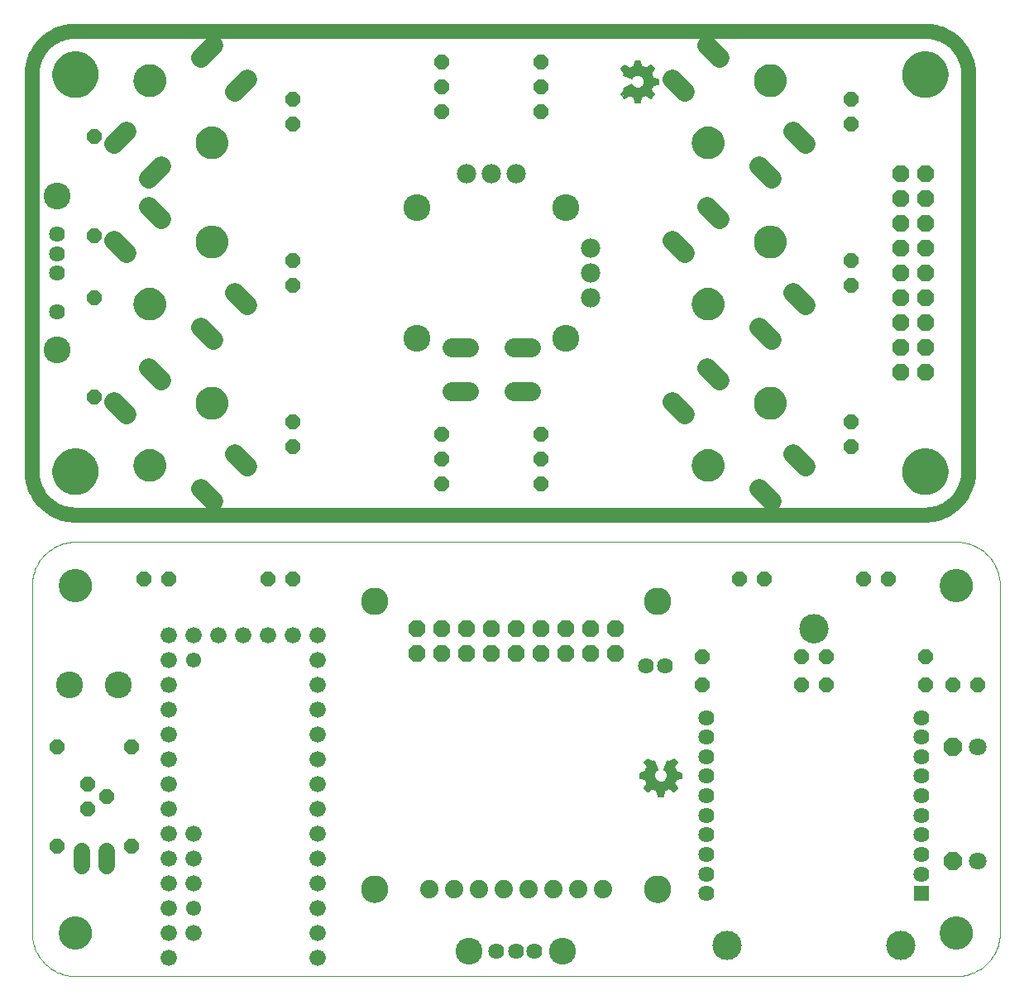
<source format=gbs>
%MOIN*%
%OFA0B0*%
%FSLAX24Y24*%
%IPPOS*%
%LPD*%
%AMOC8*
5,1,8,0,0,$1,202.5*%
%AMCOMP44*
4,1,7,
0.012426381797355009,-0.02999993946640063,
-0.012426381797355017,-0.02999993946640063,
-0.02999993946640063,-0.01242638179735501,
-0.02999993946640063,0.012426381797355017,
-0.012426381797355012,0.02999993946640063,
0.012426381797355014,0.02999993946640063,
0.029999939466400626,0.012426381797355028,
0.02999993946640063,-0.012426381797355026,
0*%
%AMCOMP45*
4,1,7,
0.014704551793536759,-0.035499928368574074,
-0.014704551793536767,-0.035499928368574074,
-0.035499928368574074,-0.014704551793536762,
-0.035499928368574074,0.014704551793536766,
-0.014704551793536764,0.035499928368574074,
0.014704551793536764,0.035499928368574074,
0.035499928368574067,0.014704551793536781,
0.035499928368574074,-0.014704551793536776,
0*%
%AMCOMP46*
4,1,7,
0.014083232703669013,-0.033999931395254056,
-0.014083232703669022,-0.033999931395254056,
-0.033999931395254056,-0.014083232703669015,
-0.033999931395254056,0.01408323270366902,
-0.014083232703669018,0.033999931395254049,
0.014083232703669018,0.033999931395254056,
0.033999931395254049,0.014083232703669036,
0.033999931395254049,-0.01408323270366903,
0*%
%AMOC80*
5,1,8,0,0,$1,-67.5*%
%AMCOMP550*
4,1,7,
0.02999993946640063,0.012426381797355014,
0.02999993946640063,-0.01242638179735501,
0.012426381797355017,-0.02999993946640063,
-0.01242638179735501,-0.02999993946640063,
-0.02999993946640063,-0.012426381797355019,
-0.02999993946640063,0.012426381797355009,
-0.012426381797355035,0.029999939466400626,
0.012426381797355019,0.02999993946640063,
0*%
%AMCOMP560*
4,1,7,
0.033999931395254056,0.01408323270366902,
0.033999931395254056,-0.014083232703669015,
0.014083232703669022,-0.033999931395254056,
-0.014083232703669013,-0.033999931395254056,
-0.033999931395254049,-0.014083232703669025,
-0.033999931395254056,0.014083232703669011,
-0.014083232703669043,0.033999931395254049,
0.014083232703669025,0.033999931395254049,
0*%
%ADD10C,0*%
%ADD11C,0.11820000177518591*%
%ADD12C,0.064000000961183579*%
%ADD13R,0.064000000961183579X0.064000000961183579*%
%ADD14C,0.066000000991220553*%
%AMCOMP66*
4,1,7,
0.012426381797355009,-0.02999993946640063,
-0.012426381797355017,-0.02999993946640063,
-0.02999993946640063,-0.01242638179735501,
-0.02999993946640063,0.012426381797355017,
-0.012426381797355012,0.02999993946640063,
0.012426381797355014,0.02999993946640063,
0.029999939466400626,0.012426381797355028,
0.02999993946640063,-0.012426381797355026,
0*%
%ADD15COMP66,0.06*%
%ADD16C,0.0740000011113685*%
%ADD17C,0.11040000165804167*%
%AMCOMP67*
4,1,7,
0.014704551793536759,-0.035499928368574074,
-0.014704551793536767,-0.035499928368574074,
-0.035499928368574074,-0.014704551793536762,
-0.035499928368574074,0.014704551793536766,
-0.014704551793536764,0.035499928368574074,
0.014704551793536764,0.035499928368574074,
0.035499928368574067,0.014704551793536781,
0.035499928368574074,-0.014704551793536776,
0*%
%ADD18COMP67,0.071*%
%ADD19C,0.071000001066313018*%
%ADD20C,0.13400000201247811*%
%ADD21C,0.10800000162199729*%
%ADD22C,0.0060000000901109605*%
%AMCOMP68*
4,1,7,
0.014083232703669013,-0.033999931395254056,
-0.014083232703669022,-0.033999931395254056,
-0.033999931395254056,-0.014083232703669015,
-0.033999931395254056,0.01408323270366902,
-0.014083232703669018,0.033999931395254049,
0.014083232703669018,0.033999931395254056,
0.033999931395254049,0.014083232703669036,
0.033999931395254049,-0.01408323270366903,
0*%
%ADD23COMP68,0.068*%
%ADD24C,0.067400001012246455*%
%ADD25C,0.061100000917629946*%
%ADD36C,0*%
%ADD37C,0.10800000162199729*%
%ADD38C,0.078000001171442485*%
%ADD39C,0.078000001171442485*%
%AMCOMP69*
4,1,7,
0.02999993946640063,0.012426381797355014,
0.02999993946640063,-0.01242638179735501,
0.012426381797355017,-0.02999993946640063,
-0.01242638179735501,-0.02999993946640063,
-0.02999993946640063,-0.012426381797355019,
-0.02999993946640063,0.012426381797355009,
-0.012426381797355035,0.029999939466400626,
0.012426381797355019,0.02999993946640063,
0*%
%ADD40COMP69,0.06*%
%ADD41C,0.078500001178951728*%
%ADD42C,0.079000001186460972*%
%ADD43C,0.13400000201247811*%
%ADD44C,0.064000000961183579*%
%AMCOMP70*
4,1,7,
0.033999931395254056,0.01408323270366902,
0.033999931395254056,-0.014083232703669015,
0.014083232703669022,-0.033999931395254056,
-0.014083232703669013,-0.033999931395254056,
-0.033999931395254049,-0.014083232703669025,
-0.033999931395254056,0.014083232703669011,
-0.014083232703669043,0.033999931395254049,
0.014083232703669025,0.033999931395254049,
0*%
%ADD45COMP70,0.068*%
%ADD46C,0.0060000000901109605*%
G75*
%LPD*%
D10*
X037345Y017463D02*
X001844Y017463D01*
X002475Y015713D02*
X002473Y015663D01*
X002467Y015613D01*
X002457Y015564D01*
X002443Y015516D01*
X002426Y015469D01*
X002405Y015424D01*
X002380Y015380D01*
X002352Y015339D01*
X002320Y015300D01*
X002286Y015263D01*
X002249Y015229D01*
X002209Y015199D01*
X002167Y015172D01*
X002123Y015148D01*
X002077Y015127D01*
X002030Y015111D01*
X001981Y015098D01*
X001932Y015088D01*
X001882Y015084D01*
X001832Y015083D01*
X001782Y015086D01*
X001733Y015093D01*
X001684Y015104D01*
X001636Y015119D01*
X001590Y015137D01*
X001545Y015159D01*
X001502Y015185D01*
X001461Y015214D01*
X001422Y015245D01*
X001386Y015281D01*
X001354Y015319D01*
X001324Y015359D01*
X001297Y015402D01*
X001274Y015446D01*
X001255Y015491D01*
X001239Y015540D01*
X001227Y015589D01*
X001219Y015638D01*
X001215Y015688D01*
X001215Y015738D01*
X001219Y015788D01*
X001227Y015837D01*
X001239Y015886D01*
X001255Y015934D01*
X001274Y015980D01*
X001297Y016024D01*
X001324Y016067D01*
X001354Y016107D01*
X001386Y016145D01*
X001422Y016180D01*
X001461Y016212D01*
X001502Y016240D01*
X001545Y016267D01*
X001590Y016289D01*
X001636Y016306D01*
X001684Y016322D01*
X001733Y016333D01*
X001782Y016339D01*
X001832Y016343D01*
X001882Y016342D01*
X001932Y016337D01*
X001981Y016328D01*
X002030Y016315D01*
X002077Y016298D01*
X002123Y016277D01*
X002167Y016254D01*
X002209Y016227D01*
X002249Y016197D01*
X002286Y016163D01*
X002320Y016126D01*
X002352Y016087D01*
X002380Y016046D01*
X002405Y016002D01*
X002426Y015956D01*
X002443Y015910D01*
X002457Y015862D01*
X002467Y015813D01*
X002473Y015763D01*
X002475Y015713D01*
X001844Y017463D02*
X001761Y017460D01*
X001678Y017455D01*
X001596Y017445D01*
X001514Y017431D01*
X001432Y017414D01*
X001351Y017392D01*
X001273Y017367D01*
X001195Y017338D01*
X001118Y017305D01*
X001043Y017268D01*
X000970Y017229D01*
X000898Y017185D01*
X000830Y017139D01*
X000763Y017089D01*
X000699Y017036D01*
X000637Y016980D01*
X000578Y016921D01*
X000522Y016859D01*
X000468Y016795D01*
X000419Y016728D01*
X000373Y016659D01*
X000329Y016588D01*
X000290Y016515D01*
X000253Y016440D01*
X000220Y016362D01*
X000191Y016285D01*
X000166Y016206D01*
X000144Y016126D01*
X000127Y016044D01*
X000112Y015962D01*
X000102Y015878D01*
X000097Y015795D01*
X000095Y015713D01*
X000095Y001713D01*
X002475Y001713D02*
X002473Y001662D01*
X002467Y001613D01*
X002457Y001564D01*
X002443Y001516D01*
X002426Y001469D01*
X002405Y001424D01*
X002380Y001380D01*
X002352Y001339D01*
X002320Y001300D01*
X002286Y001263D01*
X002249Y001229D01*
X002209Y001199D01*
X002167Y001172D01*
X002123Y001148D01*
X002077Y001127D01*
X002030Y001111D01*
X001981Y001098D01*
X001932Y001089D01*
X001882Y001084D01*
X001832Y001083D01*
X001782Y001086D01*
X001733Y001093D01*
X001684Y001104D01*
X001636Y001119D01*
X001590Y001137D01*
X001545Y001159D01*
X001502Y001185D01*
X001461Y001214D01*
X001422Y001246D01*
X001386Y001281D01*
X001354Y001319D01*
X001324Y001359D01*
X001297Y001402D01*
X001274Y001446D01*
X001255Y001492D01*
X001239Y001540D01*
X001227Y001589D01*
X001219Y001638D01*
X001215Y001688D01*
X001215Y001738D01*
X001219Y001787D01*
X001227Y001836D01*
X001239Y001886D01*
X001255Y001933D01*
X001274Y001980D01*
X001297Y002024D01*
X001324Y002067D01*
X001354Y002107D01*
X001386Y002145D01*
X001422Y002180D01*
X001461Y002212D01*
X001502Y002241D01*
X001545Y002267D01*
X001590Y002289D01*
X001636Y002307D01*
X001684Y002322D01*
X001733Y002333D01*
X001782Y002340D01*
X001832Y002343D01*
X001882Y002342D01*
X001932Y002337D01*
X001981Y002328D01*
X002030Y002315D01*
X002077Y002299D01*
X002123Y002278D01*
X002167Y002254D01*
X002209Y002227D01*
X002249Y002197D01*
X002286Y002163D01*
X002320Y002126D01*
X002352Y002087D01*
X002380Y002046D01*
X002405Y002002D01*
X002426Y001957D01*
X002443Y001910D01*
X002457Y001862D01*
X002467Y001813D01*
X002473Y001763D01*
X002475Y001713D01*
X001844Y-000036D02*
X001761Y-000034D01*
X001678Y-000027D01*
X001596Y-000018D01*
X001514Y-000004D01*
X001432Y000011D01*
X001351Y000034D01*
X001273Y000059D01*
X001195Y000088D01*
X001118Y000120D01*
X001043Y000158D01*
X000970Y000197D01*
X000898Y000241D01*
X000830Y000287D01*
X000763Y000337D01*
X000699Y000390D01*
X000637Y000445D01*
X000578Y000505D01*
X000522Y000567D01*
X000468Y000631D01*
X000419Y000698D01*
X000373Y000767D01*
X000329Y000838D01*
X000290Y000910D01*
X000253Y000985D01*
X000220Y001063D01*
X000191Y001141D01*
X000166Y001220D01*
X000144Y001300D01*
X000127Y001382D01*
X000112Y001464D01*
X000102Y001547D01*
X000097Y001630D01*
X000095Y001713D01*
X001844Y-000036D02*
X037345Y-000036D01*
X035645Y001213D02*
X035644Y001166D01*
X035637Y001120D01*
X035628Y001074D01*
X035615Y001029D01*
X035597Y000985D01*
X035576Y000944D01*
X035552Y000903D01*
X035524Y000867D01*
X035493Y000831D01*
X035459Y000799D01*
X035423Y000770D01*
X035384Y000743D01*
X035343Y000721D01*
X035300Y000702D01*
X035256Y000686D01*
X035211Y000674D01*
X035165Y000666D01*
X035118Y000662D01*
X035072Y000662D01*
X035025Y000666D01*
X034979Y000674D01*
X034934Y000686D01*
X034890Y000702D01*
X034847Y000721D01*
X034806Y000743D01*
X034767Y000770D01*
X034731Y000799D01*
X034696Y000831D01*
X034666Y000867D01*
X034638Y000903D01*
X034614Y000944D01*
X034592Y000985D01*
X034575Y001029D01*
X034562Y001074D01*
X034552Y001120D01*
X034546Y001166D01*
X034544Y001213D01*
X034546Y001260D01*
X034552Y001306D01*
X034562Y001351D01*
X034575Y001397D01*
X034592Y001440D01*
X034614Y001482D01*
X034638Y001522D01*
X034666Y001559D01*
X034696Y001593D01*
X034731Y001627D01*
X034767Y001655D01*
X034806Y001681D01*
X034847Y001705D01*
X034890Y001723D01*
X034934Y001739D01*
X034979Y001752D01*
X035025Y001760D01*
X035072Y001764D01*
X035118Y001764D01*
X035165Y001760D01*
X035211Y001752D01*
X035256Y001739D01*
X035300Y001723D01*
X035343Y001705D01*
X035384Y001681D01*
X035423Y001655D01*
X035459Y001627D01*
X035493Y001593D01*
X035524Y001559D01*
X035552Y001522D01*
X035576Y001482D01*
X035597Y001440D01*
X035615Y001397D01*
X035628Y001351D01*
X035637Y001306D01*
X035644Y001260D01*
X035645Y001213D01*
X037975Y001713D02*
X037973Y001662D01*
X037967Y001613D01*
X037957Y001564D01*
X037943Y001516D01*
X037926Y001469D01*
X037905Y001424D01*
X037880Y001380D01*
X037852Y001339D01*
X037820Y001300D01*
X037786Y001263D01*
X037749Y001229D01*
X037709Y001199D01*
X037667Y001172D01*
X037623Y001148D01*
X037577Y001127D01*
X037530Y001111D01*
X037482Y001098D01*
X037432Y001089D01*
X037383Y001084D01*
X037332Y001083D01*
X037282Y001086D01*
X037233Y001093D01*
X037184Y001104D01*
X037136Y001119D01*
X037089Y001137D01*
X037045Y001159D01*
X037002Y001185D01*
X036961Y001214D01*
X036922Y001246D01*
X036886Y001281D01*
X036853Y001319D01*
X036824Y001359D01*
X036797Y001402D01*
X036774Y001446D01*
X036755Y001492D01*
X036739Y001540D01*
X036727Y001589D01*
X036719Y001638D01*
X036715Y001688D01*
X036715Y001738D01*
X036719Y001787D01*
X036727Y001836D01*
X036739Y001886D01*
X036755Y001933D01*
X036774Y001980D01*
X036797Y002024D01*
X036824Y002067D01*
X036853Y002107D01*
X036886Y002145D01*
X036922Y002180D01*
X036961Y002212D01*
X037002Y002241D01*
X037045Y002267D01*
X037089Y002289D01*
X037136Y002307D01*
X037184Y002322D01*
X037233Y002333D01*
X037282Y002340D01*
X037332Y002343D01*
X037383Y002342D01*
X037432Y002337D01*
X037482Y002328D01*
X037530Y002315D01*
X037577Y002299D01*
X037623Y002278D01*
X037667Y002254D01*
X037709Y002227D01*
X037749Y002197D01*
X037786Y002163D01*
X037820Y002126D01*
X037852Y002087D01*
X037880Y002046D01*
X037905Y002002D01*
X037926Y001957D01*
X037943Y001910D01*
X037957Y001862D01*
X037967Y001813D01*
X037973Y001763D01*
X037975Y001713D01*
X039095Y001713D02*
X039093Y001630D01*
X039087Y001547D01*
X039077Y001464D01*
X039063Y001382D01*
X039045Y001300D01*
X039024Y001220D01*
X038999Y001141D01*
X038970Y001063D01*
X038937Y000985D01*
X038900Y000910D01*
X038861Y000838D01*
X038817Y000767D01*
X038771Y000698D01*
X038721Y000631D01*
X038668Y000567D01*
X038612Y000505D01*
X038553Y000445D01*
X038491Y000390D01*
X038427Y000337D01*
X038360Y000287D01*
X038291Y000241D01*
X038220Y000197D01*
X038147Y000158D01*
X038072Y000120D01*
X037995Y000088D01*
X037917Y000059D01*
X037837Y000034D01*
X037758Y000011D01*
X037676Y-000004D01*
X037593Y-000018D01*
X037511Y-000027D01*
X037428Y-000034D01*
X037345Y-000036D01*
X039095Y001713D02*
X039095Y015713D01*
X037975Y015713D02*
X037973Y015663D01*
X037967Y015613D01*
X037957Y015564D01*
X037943Y015516D01*
X037926Y015469D01*
X037905Y015424D01*
X037880Y015380D01*
X037852Y015339D01*
X037820Y015300D01*
X037786Y015263D01*
X037749Y015229D01*
X037709Y015199D01*
X037667Y015172D01*
X037623Y015148D01*
X037577Y015127D01*
X037530Y015111D01*
X037482Y015098D01*
X037432Y015088D01*
X037383Y015084D01*
X037332Y015083D01*
X037282Y015086D01*
X037233Y015093D01*
X037184Y015104D01*
X037136Y015119D01*
X037089Y015137D01*
X037045Y015159D01*
X037002Y015185D01*
X036961Y015214D01*
X036922Y015245D01*
X036886Y015281D01*
X036853Y015319D01*
X036824Y015359D01*
X036797Y015402D01*
X036774Y015446D01*
X036755Y015491D01*
X036739Y015540D01*
X036727Y015589D01*
X036719Y015638D01*
X036715Y015688D01*
X036715Y015738D01*
X036719Y015788D01*
X036727Y015837D01*
X036739Y015886D01*
X036755Y015934D01*
X036774Y015980D01*
X036797Y016024D01*
X036824Y016067D01*
X036853Y016107D01*
X036886Y016145D01*
X036922Y016180D01*
X036961Y016212D01*
X037002Y016240D01*
X037045Y016267D01*
X037089Y016289D01*
X037136Y016306D01*
X037184Y016322D01*
X037233Y016333D01*
X037282Y016339D01*
X037332Y016343D01*
X037383Y016342D01*
X037432Y016337D01*
X037482Y016328D01*
X037530Y016315D01*
X037577Y016298D01*
X037623Y016277D01*
X037667Y016254D01*
X037709Y016227D01*
X037749Y016197D01*
X037786Y016163D01*
X037820Y016126D01*
X037852Y016087D01*
X037880Y016046D01*
X037905Y016002D01*
X037926Y015956D01*
X037943Y015910D01*
X037957Y015862D01*
X037967Y015813D01*
X037973Y015763D01*
X037975Y015713D01*
X039095Y015713D02*
X039093Y015795D01*
X039087Y015878D01*
X039077Y015962D01*
X039063Y016044D01*
X039045Y016126D01*
X039024Y016206D01*
X038999Y016285D01*
X038970Y016362D01*
X038937Y016440D01*
X038900Y016515D01*
X038861Y016588D01*
X038817Y016659D01*
X038771Y016728D01*
X038721Y016795D01*
X038668Y016859D01*
X038612Y016921D01*
X038553Y016980D01*
X038491Y017036D01*
X038427Y017089D01*
X038360Y017139D01*
X038291Y017185D01*
X038220Y017229D01*
X038147Y017268D01*
X038072Y017305D01*
X037995Y017338D01*
X037917Y017367D01*
X037837Y017392D01*
X037758Y017414D01*
X037676Y017431D01*
X037593Y017445D01*
X037511Y017455D01*
X037428Y017460D01*
X037345Y017463D01*
X032146Y013963D02*
X032144Y013915D01*
X032138Y013870D01*
X032128Y013824D01*
X032115Y013778D01*
X032097Y013735D01*
X032075Y013694D01*
X032052Y013654D01*
X032024Y013617D01*
X031993Y013582D01*
X031959Y013549D01*
X031923Y013520D01*
X031884Y013493D01*
X031843Y013471D01*
X031800Y013452D01*
X031756Y013435D01*
X031711Y013423D01*
X031664Y013415D01*
X031618Y013412D01*
X031572Y013412D01*
X031525Y013415D01*
X031479Y013423D01*
X031434Y013435D01*
X031389Y013452D01*
X031347Y013471D01*
X031306Y013493D01*
X031267Y013520D01*
X031231Y013549D01*
X031196Y013582D01*
X031166Y013617D01*
X031138Y013654D01*
X031114Y013694D01*
X031093Y013735D01*
X031075Y013778D01*
X031062Y013824D01*
X031052Y013870D01*
X031046Y013915D01*
X031044Y013963D01*
X031046Y014010D01*
X031052Y014056D01*
X031062Y014101D01*
X031075Y014147D01*
X031093Y014190D01*
X031114Y014232D01*
X031138Y014271D01*
X031166Y014309D01*
X031196Y014343D01*
X031231Y014377D01*
X031267Y014406D01*
X031306Y014432D01*
X031347Y014455D01*
X031389Y014474D01*
X031434Y014490D01*
X031479Y014502D01*
X031525Y014510D01*
X031572Y014513D01*
X031618Y014513D01*
X031664Y014510D01*
X031711Y014502D01*
X031756Y014490D01*
X031800Y014474D01*
X031843Y014455D01*
X031884Y014432D01*
X031923Y014406D01*
X031959Y014377D01*
X031993Y014343D01*
X032024Y014309D01*
X032052Y014271D01*
X032075Y014232D01*
X032097Y014190D01*
X032115Y014147D01*
X032128Y014101D01*
X032138Y014056D01*
X032144Y014010D01*
X032146Y013963D01*
X025816Y015077D02*
X025814Y015032D01*
X025808Y014988D01*
X025798Y014943D01*
X025785Y014902D01*
X025767Y014861D01*
X025747Y014821D01*
X025722Y014783D01*
X025696Y014748D01*
X025666Y014715D01*
X025633Y014685D01*
X025598Y014658D01*
X025560Y014634D01*
X025519Y014613D01*
X025479Y014596D01*
X025437Y014581D01*
X025393Y014573D01*
X025349Y014567D01*
X025304Y014564D01*
X025259Y014567D01*
X025215Y014573D01*
X025171Y014581D01*
X025129Y014596D01*
X025088Y014613D01*
X025048Y014634D01*
X025010Y014658D01*
X024975Y014685D01*
X024942Y014715D01*
X024912Y014748D01*
X024885Y014783D01*
X024861Y014821D01*
X024840Y014861D01*
X024823Y014902D01*
X024809Y014943D01*
X024800Y014988D01*
X024794Y015032D01*
X024792Y015077D01*
X024794Y015121D01*
X024800Y015166D01*
X024809Y015209D01*
X024823Y015251D01*
X024840Y015293D01*
X024861Y015332D01*
X024885Y015371D01*
X024912Y015406D01*
X024942Y015439D01*
X024975Y015469D01*
X025010Y015496D01*
X025048Y015520D01*
X025088Y015541D01*
X025129Y015558D01*
X025171Y015572D01*
X025215Y015581D01*
X025259Y015587D01*
X025304Y015589D01*
X025349Y015587D01*
X025393Y015581D01*
X025437Y015572D01*
X025479Y015558D01*
X025519Y015541D01*
X025560Y015520D01*
X025598Y015496D01*
X025633Y015469D01*
X025666Y015439D01*
X025696Y015406D01*
X025722Y015371D01*
X025747Y015332D01*
X025767Y015293D01*
X025785Y015251D01*
X025798Y015209D01*
X025808Y015166D01*
X025814Y015121D01*
X025816Y015077D01*
X014399Y015077D02*
X014397Y015032D01*
X014391Y014988D01*
X014382Y014943D01*
X014368Y014902D01*
X014351Y014861D01*
X014330Y014821D01*
X014306Y014783D01*
X014279Y014748D01*
X014249Y014715D01*
X014215Y014685D01*
X014181Y014658D01*
X014142Y014634D01*
X014103Y014613D01*
X014061Y014596D01*
X014020Y014581D01*
X013975Y014573D01*
X013932Y014567D01*
X013887Y014564D01*
X013842Y014567D01*
X013797Y014573D01*
X013754Y014581D01*
X013712Y014596D01*
X013671Y014613D01*
X013631Y014634D01*
X013593Y014658D01*
X013557Y014685D01*
X013525Y014715D01*
X013495Y014748D01*
X013468Y014783D01*
X013444Y014821D01*
X013423Y014861D01*
X013406Y014902D01*
X013392Y014943D01*
X013383Y014988D01*
X013376Y015032D01*
X013375Y015077D01*
X013376Y015121D01*
X013383Y015166D01*
X013392Y015209D01*
X013406Y015251D01*
X013423Y015293D01*
X013444Y015332D01*
X013468Y015371D01*
X013495Y015406D01*
X013525Y015439D01*
X013557Y015469D01*
X013593Y015496D01*
X013631Y015520D01*
X013671Y015541D01*
X013712Y015558D01*
X013754Y015572D01*
X013797Y015581D01*
X013842Y015587D01*
X013887Y015589D01*
X013932Y015587D01*
X013975Y015581D01*
X014020Y015572D01*
X014061Y015558D01*
X014103Y015541D01*
X014142Y015520D01*
X014181Y015496D01*
X014215Y015469D01*
X014249Y015439D01*
X014279Y015406D01*
X014306Y015371D01*
X014330Y015332D01*
X014351Y015293D01*
X014368Y015251D01*
X014382Y015209D01*
X014391Y015166D01*
X014397Y015121D01*
X014399Y015077D01*
X014399Y003462D02*
X014397Y003417D01*
X014391Y003373D01*
X014382Y003330D01*
X014368Y003288D01*
X014351Y003247D01*
X014330Y003207D01*
X014306Y003169D01*
X014279Y003134D01*
X014249Y003101D01*
X014215Y003071D01*
X014181Y003044D01*
X014142Y003020D01*
X014103Y002999D01*
X014061Y002982D01*
X014020Y002968D01*
X013975Y002959D01*
X013932Y002953D01*
X013887Y002950D01*
X013842Y002953D01*
X013797Y002959D01*
X013754Y002968D01*
X013712Y002982D01*
X013671Y002999D01*
X013631Y003020D01*
X013593Y003044D01*
X013557Y003071D01*
X013525Y003101D01*
X013495Y003134D01*
X013468Y003169D01*
X013444Y003207D01*
X013423Y003247D01*
X013406Y003288D01*
X013392Y003330D01*
X013383Y003373D01*
X013376Y003417D01*
X013375Y003462D01*
X013376Y003507D01*
X013383Y003552D01*
X013392Y003595D01*
X013406Y003638D01*
X013423Y003679D01*
X013444Y003719D01*
X013468Y003757D01*
X013495Y003792D01*
X013525Y003825D01*
X013557Y003855D01*
X013593Y003882D01*
X013631Y003906D01*
X013671Y003927D01*
X013712Y003943D01*
X013754Y003958D01*
X013797Y003967D01*
X013842Y003973D01*
X013887Y003975D01*
X013932Y003973D01*
X013975Y003967D01*
X014020Y003958D01*
X014061Y003943D01*
X014103Y003927D01*
X014142Y003906D01*
X014181Y003882D01*
X014215Y003855D01*
X014249Y003825D01*
X014279Y003792D01*
X014306Y003757D01*
X014330Y003719D01*
X014351Y003679D01*
X014368Y003638D01*
X014382Y003595D01*
X014391Y003552D01*
X014397Y003507D01*
X014399Y003462D01*
X025816Y003462D02*
X025814Y003417D01*
X025808Y003373D01*
X025798Y003330D01*
X025785Y003288D01*
X025767Y003247D01*
X025747Y003207D01*
X025722Y003169D01*
X025696Y003134D01*
X025666Y003101D01*
X025633Y003071D01*
X025598Y003044D01*
X025560Y003020D01*
X025519Y002999D01*
X025479Y002982D01*
X025437Y002968D01*
X025393Y002959D01*
X025349Y002953D01*
X025304Y002950D01*
X025259Y002953D01*
X025215Y002959D01*
X025171Y002968D01*
X025129Y002982D01*
X025088Y002999D01*
X025048Y003020D01*
X025010Y003044D01*
X024975Y003071D01*
X024942Y003101D01*
X024912Y003134D01*
X024885Y003169D01*
X024861Y003207D01*
X024840Y003247D01*
X024823Y003288D01*
X024809Y003330D01*
X024800Y003373D01*
X024794Y003417D01*
X024792Y003462D01*
X024794Y003507D01*
X024800Y003552D01*
X024809Y003595D01*
X024823Y003638D01*
X024840Y003679D01*
X024861Y003719D01*
X024885Y003757D01*
X024912Y003792D01*
X024942Y003825D01*
X024975Y003855D01*
X025010Y003882D01*
X025048Y003906D01*
X025088Y003927D01*
X025129Y003943D01*
X025171Y003958D01*
X025215Y003967D01*
X025259Y003973D01*
X025304Y003975D01*
X025349Y003973D01*
X025393Y003967D01*
X025437Y003958D01*
X025479Y003943D01*
X025519Y003927D01*
X025560Y003906D01*
X025598Y003882D01*
X025633Y003855D01*
X025666Y003825D01*
X025696Y003792D01*
X025722Y003757D01*
X025747Y003719D01*
X025767Y003679D01*
X025785Y003638D01*
X025798Y003595D01*
X025808Y003552D01*
X025814Y003507D01*
X025816Y003462D01*
X028645Y001213D02*
X028644Y001166D01*
X028638Y001120D01*
X028628Y001074D01*
X028615Y001029D01*
X028597Y000985D01*
X028576Y000944D01*
X028551Y000903D01*
X028524Y000867D01*
X028493Y000831D01*
X028459Y000799D01*
X028423Y000770D01*
X028384Y000743D01*
X028343Y000721D01*
X028299Y000702D01*
X028256Y000686D01*
X028211Y000674D01*
X028165Y000666D01*
X028118Y000662D01*
X028071Y000662D01*
X028024Y000666D01*
X027979Y000674D01*
X027934Y000686D01*
X027890Y000702D01*
X027847Y000721D01*
X027806Y000743D01*
X027767Y000770D01*
X027731Y000799D01*
X027697Y000831D01*
X027666Y000867D01*
X027638Y000903D01*
X027614Y000944D01*
X027593Y000985D01*
X027575Y001029D01*
X027562Y001074D01*
X027552Y001120D01*
X027546Y001166D01*
X027544Y001213D01*
X027546Y001260D01*
X027552Y001306D01*
X027562Y001351D01*
X027575Y001397D01*
X027593Y001440D01*
X027614Y001482D01*
X027638Y001522D01*
X027666Y001559D01*
X027697Y001593D01*
X027731Y001627D01*
X027767Y001655D01*
X027806Y001681D01*
X027847Y001705D01*
X027890Y001723D01*
X027934Y001739D01*
X027979Y001752D01*
X028024Y001760D01*
X028071Y001764D01*
X028118Y001764D01*
X028165Y001760D01*
X028211Y001752D01*
X028256Y001739D01*
X028299Y001723D01*
X028343Y001705D01*
X028384Y001681D01*
X028423Y001655D01*
X028459Y001627D01*
X028493Y001593D01*
X028524Y001559D01*
X028551Y001522D01*
X028576Y001482D01*
X028597Y001440D01*
X028615Y001397D01*
X028628Y001351D01*
X028638Y001306D01*
X028644Y001260D01*
X028645Y001213D01*
D11*
X028095Y001213D03*
X035095Y001213D03*
X031595Y013963D03*
D12*
X025614Y012463D03*
X024827Y012463D03*
X027265Y010384D03*
X027265Y009597D03*
X027265Y008809D03*
X027265Y008022D03*
X027265Y007235D03*
X027265Y006447D03*
X027265Y005659D03*
X027265Y004872D03*
X027265Y004084D03*
X027265Y003296D03*
X020343Y000963D03*
X019595Y000963D03*
X018808Y000963D03*
X035926Y004084D03*
X035926Y004872D03*
X035926Y005659D03*
X035926Y006447D03*
X035926Y007235D03*
X035926Y008022D03*
X035926Y008809D03*
X035926Y009597D03*
X035926Y010384D03*
D13*
X035926Y003296D03*
D14*
X011595Y003713D03*
X011595Y004713D03*
X011595Y005713D03*
X011595Y006712D03*
X011595Y007712D03*
X011595Y008713D03*
X011595Y009713D03*
X011595Y010713D03*
X011595Y011713D03*
X011595Y012713D03*
X011595Y013713D03*
X010595Y013713D03*
X009595Y013713D03*
X008595Y013713D03*
X007594Y013713D03*
X006594Y013713D03*
X005595Y013713D03*
X005595Y012713D03*
X005595Y011713D03*
X005595Y010713D03*
X005595Y009713D03*
X005595Y008713D03*
X005595Y007712D03*
X005595Y006712D03*
X005595Y005713D03*
X006594Y005713D03*
X006594Y004713D03*
X005595Y004713D03*
X005595Y003713D03*
X006594Y003713D03*
X005595Y002713D03*
X005595Y001713D03*
X006594Y001713D03*
X005595Y000713D03*
X011595Y000713D03*
X011595Y001713D03*
X011595Y002713D03*
D15*
X004094Y005213D03*
X002345Y006712D03*
X003095Y007213D03*
X002345Y007712D03*
X001095Y009213D03*
X004094Y009213D03*
X001095Y005213D03*
X004595Y015963D03*
X005595Y015963D03*
X009595Y015963D03*
X010595Y015963D03*
X027094Y012838D03*
X027094Y011713D03*
X031095Y011713D03*
X032095Y011713D03*
X032095Y012838D03*
X031095Y012838D03*
X036095Y012838D03*
X036095Y011713D03*
X037220Y011713D03*
X038220Y011713D03*
X034595Y015963D03*
X033595Y015963D03*
X029594Y015963D03*
X028595Y015963D03*
D16*
X023095Y003462D03*
X022094Y003462D03*
X021095Y003462D03*
X020095Y003462D03*
X019094Y003462D03*
X018095Y003462D03*
X017094Y003462D03*
X016095Y003462D03*
D17*
X013887Y003462D03*
X025304Y003462D03*
X025304Y015077D03*
X013887Y015077D03*
D18*
X037220Y009213D03*
X037220Y004588D03*
D19*
X038220Y004588D03*
X038220Y009213D03*
D20*
X037345Y015713D03*
X037345Y001713D03*
X001844Y001713D03*
X001844Y015713D03*
D21*
X001610Y011713D03*
X003580Y011713D03*
X017706Y000963D03*
X021485Y000963D03*
D22*
X025335Y007213D02*
X025525Y007213D01*
X025575Y007453D01*
X025566Y007472D02*
X025275Y007472D01*
X025285Y007453D02*
X025335Y007213D01*
X025345Y007262D02*
X025495Y007262D01*
X025545Y007463D01*
X025745Y007562D01*
X025945Y007412D01*
X026044Y007513D01*
X025945Y007712D01*
X026044Y007963D01*
X026245Y007963D01*
X026245Y008113D01*
X025995Y008163D01*
X025945Y008413D01*
X026044Y008563D01*
X025945Y008663D01*
X025794Y008563D01*
X025695Y008613D01*
X025595Y008313D01*
X025745Y008113D01*
X025695Y007863D01*
X025495Y007763D01*
X025295Y007763D01*
X025145Y007913D01*
X025145Y008213D01*
X025295Y008313D01*
X025145Y008563D01*
X025095Y008563D01*
X024945Y008663D01*
X024845Y008563D01*
X024945Y008413D01*
X024845Y008163D01*
X024645Y008113D01*
X024645Y007963D01*
X024845Y007963D01*
X024945Y007712D01*
X024794Y007513D01*
X024945Y007412D01*
X025095Y007562D01*
X025295Y007463D01*
X025345Y007262D01*
X025337Y007298D02*
X025503Y007298D01*
X025519Y007356D02*
X025322Y007356D01*
X025306Y007415D02*
X025533Y007415D01*
X025682Y007531D02*
X025158Y007531D01*
X025105Y007523D02*
X024915Y007393D01*
X024775Y007532D01*
X024905Y007723D01*
X024941Y007707D02*
X025948Y007707D01*
X025955Y007723D02*
X026095Y007532D01*
X025955Y007393D01*
X025755Y007523D01*
X025787Y007531D02*
X026036Y007531D01*
X026006Y007590D02*
X024854Y007590D01*
X024897Y007649D02*
X025977Y007649D01*
X025966Y007766D02*
X025501Y007766D01*
X025619Y007824D02*
X025990Y007824D01*
X026013Y007883D02*
X025699Y007883D01*
X025711Y007942D02*
X026037Y007942D01*
X026044Y007913D02*
X026265Y007953D01*
X026265Y008153D01*
X026044Y008193D01*
X025993Y008176D02*
X025698Y008176D01*
X025654Y008234D02*
X025981Y008234D01*
X025968Y008293D02*
X025610Y008293D01*
X025554Y008293D02*
X025695Y008633D01*
X025775Y008593D01*
X025955Y008713D01*
X026095Y008573D01*
X025964Y008393D01*
X025946Y008410D02*
X025627Y008410D01*
X025647Y008468D02*
X025982Y008468D01*
X026022Y008527D02*
X025667Y008527D01*
X025686Y008585D02*
X025750Y008585D01*
X025829Y008585D02*
X026023Y008585D01*
X025964Y008644D02*
X025917Y008644D01*
X025958Y008351D02*
X025608Y008351D01*
X025742Y008117D02*
X026224Y008117D01*
X026245Y008058D02*
X025735Y008058D01*
X025722Y008000D02*
X026245Y008000D01*
X026048Y007912D02*
X026036Y007872D01*
X026021Y007833D01*
X026003Y007795D01*
X025983Y007759D01*
X025961Y007724D01*
X025554Y008293D02*
X025583Y008277D01*
X025610Y008258D01*
X025633Y008236D01*
X025654Y008211D01*
X025672Y008183D01*
X025687Y008154D01*
X025697Y008123D01*
X025705Y008092D01*
X025708Y008058D01*
X025707Y008027D01*
X025703Y007994D01*
X025694Y007963D01*
X025682Y007933D01*
X025667Y007904D01*
X025647Y007877D01*
X025626Y007853D01*
X025602Y007832D01*
X025575Y007813D01*
X025546Y007798D01*
X025515Y007786D01*
X025484Y007779D01*
X025451Y007774D01*
X025419Y007774D01*
X025386Y007779D01*
X025355Y007786D01*
X025324Y007798D01*
X025295Y007813D01*
X025267Y007832D01*
X025244Y007853D01*
X025222Y007877D01*
X025203Y007904D01*
X025188Y007933D01*
X025176Y007963D01*
X025167Y007994D01*
X025163Y008027D01*
X025162Y008058D01*
X025165Y008092D01*
X025173Y008123D01*
X025183Y008154D01*
X025198Y008183D01*
X025216Y008211D01*
X025237Y008236D01*
X025259Y008258D01*
X025287Y008277D01*
X025314Y008293D01*
X025165Y008633D01*
X025095Y008593D01*
X024915Y008713D01*
X024775Y008573D01*
X024895Y008393D01*
X024921Y008351D02*
X025271Y008351D01*
X025265Y008293D02*
X024897Y008293D01*
X024874Y008234D02*
X025177Y008234D01*
X025145Y008176D02*
X024851Y008176D01*
X024815Y008193D02*
X024594Y008153D01*
X024594Y007953D01*
X024825Y007913D01*
X024854Y007942D02*
X025145Y007942D01*
X025145Y008000D02*
X024645Y008000D01*
X024645Y008058D02*
X025145Y008058D01*
X025145Y008117D02*
X024663Y008117D01*
X024944Y008410D02*
X025237Y008410D01*
X025202Y008468D02*
X024908Y008468D01*
X024869Y008527D02*
X025167Y008527D01*
X025062Y008585D02*
X024868Y008585D01*
X024927Y008644D02*
X024974Y008644D01*
X024897Y008388D02*
X024873Y008346D01*
X024851Y008302D01*
X024833Y008256D01*
X024817Y008209D01*
X024876Y007883D02*
X025175Y007883D01*
X025234Y007824D02*
X024901Y007824D01*
X024924Y007766D02*
X025292Y007766D01*
X025064Y007531D02*
X024810Y007531D01*
X024855Y007472D02*
X025006Y007472D01*
X024947Y007415D02*
X024943Y007415D01*
X025865Y007472D02*
X026006Y007472D01*
X025947Y007415D02*
X025943Y007415D01*
X025755Y007523D02*
X025712Y007499D01*
X025668Y007480D01*
X025621Y007463D01*
X025576Y007452D01*
X026044Y008192D02*
X026034Y008234D01*
X026022Y008275D01*
X026006Y008315D01*
X025987Y008354D01*
X025964Y008391D01*
X024824Y007911D02*
X024835Y007871D01*
X024849Y007832D01*
X024865Y007795D01*
X024884Y007758D01*
X024905Y007723D01*
X025108Y007527D02*
X025150Y007503D01*
X025193Y007485D01*
X025238Y007468D01*
X025283Y007456D01*
D23*
X023595Y012963D03*
X022595Y012963D03*
X021595Y012963D03*
X020595Y012963D03*
X019595Y012963D03*
X018595Y012963D03*
X017595Y012963D03*
X016595Y012963D03*
X015595Y012963D03*
X015595Y013963D03*
X016595Y013963D03*
X017595Y013963D03*
X018595Y013963D03*
X019595Y013963D03*
X020595Y013963D03*
X021595Y013963D03*
X022595Y013963D03*
X023595Y013963D03*
D24*
X003095Y005010D02*
X003095Y004416D01*
X002095Y004416D02*
X002095Y005010D01*
D25*
X006594Y002713D03*
X006594Y012713D03*
G04 next file*
%LPD*%
G75*
G04 skipping 70
D36*
X001843Y038048D02*
X036093Y038048D01*
X036093Y036928D02*
X036143Y036926D01*
X036193Y036920D01*
X036242Y036910D01*
X036290Y036896D01*
X036337Y036879D01*
X036381Y036857D01*
X036426Y036833D01*
X036467Y036805D01*
X036505Y036772D01*
X036543Y036739D01*
X036577Y036702D01*
X036607Y036662D01*
X036634Y036620D01*
X036658Y036576D01*
X036679Y036530D01*
X036695Y036483D01*
X036708Y036435D01*
X036717Y036385D01*
X036722Y036336D01*
X036723Y036284D01*
X036720Y036235D01*
X036713Y036186D01*
X036702Y036137D01*
X036687Y036089D01*
X036669Y036043D01*
X036647Y035998D01*
X036621Y035955D01*
X036592Y035914D01*
X036560Y035875D01*
X036524Y035839D01*
X036487Y035807D01*
X036447Y035777D01*
X036404Y035750D01*
X036360Y035727D01*
X036314Y035708D01*
X036266Y035692D01*
X036217Y035680D01*
X036168Y035672D01*
X036118Y035668D01*
X036068Y035668D01*
X036017Y035672D01*
X035969Y035680D01*
X035920Y035692D01*
X035872Y035708D01*
X035826Y035727D01*
X035782Y035750D01*
X035739Y035777D01*
X035699Y035807D01*
X035661Y035839D01*
X035626Y035875D01*
X035594Y035914D01*
X035565Y035955D01*
X035539Y035998D01*
X035517Y036043D01*
X035499Y036089D01*
X035484Y036137D01*
X035473Y036186D01*
X035466Y036235D01*
X035463Y036284D01*
X035464Y036336D01*
X035469Y036385D01*
X035478Y036435D01*
X035491Y036483D01*
X035507Y036530D01*
X035528Y036576D01*
X035552Y036620D01*
X035579Y036662D01*
X035609Y036702D01*
X035643Y036739D01*
X035680Y036772D01*
X035719Y036805D01*
X035760Y036833D01*
X035804Y036857D01*
X035849Y036879D01*
X035896Y036896D01*
X035944Y036910D01*
X035993Y036920D01*
X036043Y036926D01*
X036093Y036928D01*
X036093Y038048D02*
X036176Y038046D01*
X036259Y038040D01*
X036342Y038030D01*
X036424Y038016D01*
X036505Y037999D01*
X036586Y037977D01*
X036665Y037952D01*
X036743Y037923D01*
X036820Y037890D01*
X036895Y037853D01*
X036968Y037814D01*
X037039Y037770D01*
X037108Y037724D01*
X037175Y037674D01*
X037239Y037621D01*
X037301Y037565D01*
X037360Y037506D01*
X037416Y037444D01*
X037469Y037380D01*
X037519Y037313D01*
X037565Y037244D01*
X037609Y037173D01*
X037648Y037100D01*
X037685Y037025D01*
X037717Y036948D01*
X037747Y036869D01*
X037772Y036791D01*
X037794Y036711D01*
X037811Y036629D01*
X037825Y036547D01*
X037835Y036464D01*
X037841Y036381D01*
X037843Y036298D01*
X037843Y020298D01*
X036093Y020928D02*
X036143Y020926D01*
X036193Y020920D01*
X036242Y020910D01*
X036290Y020896D01*
X036337Y020879D01*
X036381Y020858D01*
X036426Y020833D01*
X036467Y020804D01*
X036505Y020773D01*
X036543Y020739D01*
X036577Y020702D01*
X036607Y020661D01*
X036634Y020620D01*
X036658Y020576D01*
X036679Y020530D01*
X036695Y020482D01*
X036708Y020435D01*
X036717Y020385D01*
X036722Y020336D01*
X036723Y020285D01*
X036720Y020235D01*
X036713Y020186D01*
X036702Y020137D01*
X036687Y020089D01*
X036669Y020043D01*
X036647Y019998D01*
X036621Y019955D01*
X036592Y019914D01*
X036560Y019875D01*
X036524Y019839D01*
X036487Y019807D01*
X036447Y019777D01*
X036404Y019750D01*
X036360Y019727D01*
X036314Y019708D01*
X036266Y019692D01*
X036217Y019680D01*
X036168Y019672D01*
X036118Y019668D01*
X036068Y019668D01*
X036017Y019672D01*
X035969Y019680D01*
X035920Y019692D01*
X035872Y019708D01*
X035826Y019727D01*
X035782Y019750D01*
X035739Y019777D01*
X035699Y019807D01*
X035661Y019839D01*
X035626Y019875D01*
X035594Y019914D01*
X035565Y019955D01*
X035539Y019998D01*
X035517Y020043D01*
X035499Y020089D01*
X035484Y020137D01*
X035473Y020186D01*
X035466Y020235D01*
X035463Y020285D01*
X035464Y020336D01*
X035469Y020385D01*
X035478Y020435D01*
X035491Y020482D01*
X035507Y020530D01*
X035528Y020576D01*
X035552Y020620D01*
X035579Y020661D01*
X035609Y020702D01*
X035643Y020739D01*
X035680Y020773D01*
X035719Y020804D01*
X035760Y020833D01*
X035804Y020858D01*
X035849Y020879D01*
X035896Y020896D01*
X035944Y020910D01*
X035993Y020920D01*
X036043Y020926D01*
X036093Y020928D01*
X037843Y020298D02*
X037841Y020215D01*
X037835Y020132D01*
X037825Y020049D01*
X037811Y019967D01*
X037794Y019884D01*
X037772Y019805D01*
X037747Y019726D01*
X037717Y019648D01*
X037685Y019571D01*
X037648Y019496D01*
X037609Y019423D01*
X037565Y019352D01*
X037519Y019282D01*
X037469Y019216D01*
X037416Y019152D01*
X037360Y019090D01*
X037301Y019030D01*
X037239Y018974D01*
X037175Y018922D01*
X037108Y018872D01*
X037039Y018826D01*
X036968Y018782D01*
X036895Y018743D01*
X036820Y018706D01*
X036743Y018672D01*
X036665Y018644D01*
X036586Y018619D01*
X036505Y018597D01*
X036424Y018580D01*
X036342Y018566D01*
X036259Y018556D01*
X036176Y018550D01*
X036093Y018548D01*
X001843Y018548D01*
X001843Y020928D02*
X001893Y020926D01*
X001943Y020920D01*
X001991Y020910D01*
X002039Y020896D01*
X002087Y020879D01*
X002132Y020858D01*
X002176Y020833D01*
X002217Y020804D01*
X002256Y020773D01*
X002293Y020739D01*
X002327Y020702D01*
X002357Y020661D01*
X002384Y020620D01*
X002408Y020576D01*
X002429Y020530D01*
X002445Y020482D01*
X002458Y020435D01*
X002467Y020385D01*
X002472Y020336D01*
X002473Y020285D01*
X002470Y020235D01*
X002463Y020186D01*
X002452Y020137D01*
X002437Y020089D01*
X002419Y020043D01*
X002397Y019998D01*
X002371Y019955D01*
X002342Y019914D01*
X002310Y019875D01*
X002275Y019839D01*
X002237Y019807D01*
X002197Y019777D01*
X002154Y019750D01*
X002110Y019727D01*
X002064Y019708D01*
X002016Y019692D01*
X001967Y019680D01*
X001918Y019672D01*
X001867Y019668D01*
X001818Y019668D01*
X001768Y019672D01*
X001719Y019680D01*
X001669Y019692D01*
X001622Y019708D01*
X001576Y019727D01*
X001532Y019750D01*
X001489Y019777D01*
X001449Y019807D01*
X001411Y019839D01*
X001376Y019875D01*
X001344Y019914D01*
X001315Y019955D01*
X001288Y019998D01*
X001267Y020043D01*
X001249Y020089D01*
X001234Y020137D01*
X001223Y020186D01*
X001216Y020235D01*
X001213Y020285D01*
X001214Y020336D01*
X001219Y020385D01*
X001228Y020435D01*
X001241Y020482D01*
X001257Y020530D01*
X001278Y020576D01*
X001302Y020620D01*
X001329Y020661D01*
X001359Y020702D01*
X001393Y020739D01*
X001429Y020773D01*
X001469Y020804D01*
X001510Y020833D01*
X001554Y020858D01*
X001598Y020879D01*
X001646Y020896D01*
X001693Y020910D01*
X001743Y020920D01*
X001792Y020926D01*
X001843Y020928D01*
X000092Y020298D02*
X000095Y020215D01*
X000101Y020132D01*
X000111Y020049D01*
X000125Y019967D01*
X000142Y019884D01*
X000164Y019805D01*
X000189Y019726D01*
X000218Y019648D01*
X000251Y019571D01*
X000288Y019496D01*
X000327Y019423D01*
X000371Y019352D01*
X000417Y019282D01*
X000466Y019216D01*
X000520Y019152D01*
X000576Y019090D01*
X000635Y019030D01*
X000697Y018974D01*
X000761Y018922D01*
X000827Y018872D01*
X000897Y018826D01*
X000967Y018782D01*
X001041Y018743D01*
X001116Y018706D01*
X001193Y018672D01*
X001271Y018644D01*
X001350Y018619D01*
X001429Y018597D01*
X001512Y018580D01*
X001593Y018566D01*
X001676Y018556D01*
X001760Y018550D01*
X001843Y018548D01*
X000092Y020298D02*
X000092Y036298D01*
X001843Y036928D02*
X001893Y036926D01*
X001943Y036920D01*
X001991Y036910D01*
X002039Y036896D01*
X002087Y036879D01*
X002132Y036857D01*
X002176Y036833D01*
X002217Y036805D01*
X002256Y036772D01*
X002293Y036739D01*
X002327Y036702D01*
X002357Y036662D01*
X002384Y036620D01*
X002408Y036576D01*
X002429Y036530D01*
X002445Y036483D01*
X002458Y036435D01*
X002467Y036385D01*
X002472Y036336D01*
X002473Y036284D01*
X002470Y036235D01*
X002463Y036186D01*
X002452Y036137D01*
X002437Y036089D01*
X002419Y036043D01*
X002397Y035998D01*
X002371Y035955D01*
X002342Y035914D01*
X002310Y035875D01*
X002275Y035839D01*
X002237Y035807D01*
X002197Y035777D01*
X002154Y035750D01*
X002110Y035727D01*
X002064Y035708D01*
X002016Y035692D01*
X001967Y035680D01*
X001918Y035672D01*
X001867Y035668D01*
X001818Y035668D01*
X001768Y035672D01*
X001719Y035680D01*
X001669Y035692D01*
X001622Y035708D01*
X001576Y035727D01*
X001532Y035750D01*
X001489Y035777D01*
X001449Y035807D01*
X001411Y035839D01*
X001376Y035875D01*
X001344Y035914D01*
X001315Y035955D01*
X001288Y035998D01*
X001267Y036043D01*
X001249Y036089D01*
X001234Y036137D01*
X001223Y036186D01*
X001216Y036235D01*
X001213Y036284D01*
X001214Y036336D01*
X001219Y036385D01*
X001228Y036435D01*
X001241Y036483D01*
X001257Y036530D01*
X001278Y036576D01*
X001302Y036620D01*
X001329Y036662D01*
X001359Y036702D01*
X001393Y036739D01*
X001429Y036772D01*
X001469Y036805D01*
X001510Y036833D01*
X001554Y036857D01*
X001598Y036879D01*
X001646Y036896D01*
X001693Y036910D01*
X001743Y036920D01*
X001792Y036926D01*
X001843Y036928D01*
X001843Y038048D02*
X001760Y038046D01*
X001676Y038040D01*
X001593Y038030D01*
X001512Y038016D01*
X001429Y037999D01*
X001350Y037977D01*
X001271Y037952D01*
X001193Y037923D01*
X001116Y037890D01*
X001041Y037853D01*
X000967Y037814D01*
X000897Y037770D01*
X000827Y037724D01*
X000761Y037674D01*
X000697Y037621D01*
X000635Y037565D01*
X000576Y037506D01*
X000520Y037444D01*
X000466Y037380D01*
X000417Y037313D01*
X000371Y037244D01*
X000327Y037173D01*
X000288Y037100D01*
X000251Y037025D01*
X000218Y036948D01*
X000189Y036869D01*
X000164Y036791D01*
X000142Y036711D01*
X000125Y036629D01*
X000111Y036547D01*
X000101Y036464D01*
X000095Y036381D01*
X000092Y036298D01*
X004841Y036404D02*
X004878Y036403D01*
X004915Y036397D01*
X004951Y036388D01*
X004985Y036373D01*
X005018Y036357D01*
X005050Y036337D01*
X005079Y036314D01*
X005104Y036288D01*
X005128Y036259D01*
X005148Y036228D01*
X005165Y036194D01*
X005179Y036160D01*
X005188Y036124D01*
X005194Y036087D01*
X005195Y036050D01*
X005194Y036013D01*
X005188Y035976D01*
X005179Y035940D01*
X005165Y035906D01*
X005148Y035873D01*
X005128Y035841D01*
X005104Y035812D01*
X005079Y035786D01*
X005050Y035763D01*
X005019Y035743D01*
X004985Y035726D01*
X004951Y035712D01*
X004915Y035703D01*
X004878Y035697D01*
X004841Y035695D01*
X004804Y035697D01*
X004767Y035703D01*
X004731Y035712D01*
X004697Y035726D01*
X004664Y035743D01*
X004632Y035763D01*
X004603Y035786D01*
X004577Y035812D01*
X004554Y035841D01*
X004534Y035872D01*
X004517Y035906D01*
X004503Y035940D01*
X004494Y035976D01*
X004488Y036013D01*
X004486Y036050D01*
X004488Y036087D01*
X004494Y036124D01*
X004503Y036160D01*
X004517Y036194D01*
X004534Y036227D01*
X004554Y036259D01*
X004577Y036288D01*
X004603Y036314D01*
X004632Y036337D01*
X004663Y036357D01*
X004697Y036373D01*
X004731Y036388D01*
X004767Y036397D01*
X004804Y036403D01*
X004841Y036404D01*
X007344Y033901D02*
X007380Y033899D01*
X007418Y033893D01*
X007453Y033884D01*
X007488Y033870D01*
X007521Y033852D01*
X007553Y033833D01*
X007582Y033810D01*
X007608Y033784D01*
X007631Y033755D01*
X007651Y033724D01*
X007668Y033690D01*
X007682Y033656D01*
X007691Y033620D01*
X007697Y033583D01*
X007699Y033546D01*
X007697Y033509D01*
X007691Y033472D01*
X007682Y033436D01*
X007668Y033402D01*
X007651Y033368D01*
X007631Y033337D01*
X007608Y033308D01*
X007582Y033282D01*
X007553Y033259D01*
X007522Y033239D01*
X007488Y033221D01*
X007453Y033208D01*
X007418Y033199D01*
X007380Y033193D01*
X007344Y033191D01*
X007307Y033193D01*
X007270Y033199D01*
X007234Y033208D01*
X007199Y033221D01*
X007166Y033239D01*
X007135Y033259D01*
X007105Y033282D01*
X007079Y033308D01*
X007057Y033337D01*
X007037Y033368D01*
X007019Y033402D01*
X007006Y033436D01*
X006997Y033472D01*
X006991Y033509D01*
X006988Y033546D01*
X006991Y033583D01*
X006997Y033620D01*
X007006Y033656D01*
X007019Y033690D01*
X007037Y033723D01*
X007057Y033755D01*
X007079Y033784D01*
X007105Y033810D01*
X007135Y033833D01*
X007165Y033852D01*
X007199Y033870D01*
X007234Y033884D01*
X007270Y033893D01*
X007307Y033899D01*
X007344Y033901D01*
X007344Y029905D02*
X007380Y029903D01*
X007418Y029897D01*
X007453Y029887D01*
X007488Y029874D01*
X007521Y029856D01*
X007553Y029836D01*
X007582Y029814D01*
X007608Y029788D01*
X007631Y029759D01*
X007651Y029728D01*
X007668Y029693D01*
X007682Y029660D01*
X007691Y029624D01*
X007697Y029587D01*
X007699Y029550D01*
X007697Y029512D01*
X007691Y029476D01*
X007682Y029440D01*
X007668Y029406D01*
X007651Y029372D01*
X007631Y029341D01*
X007608Y029312D01*
X007582Y029286D01*
X007553Y029263D01*
X007522Y029243D01*
X007488Y029226D01*
X007453Y029211D01*
X007418Y029203D01*
X007380Y029197D01*
X007344Y029195D01*
X007307Y029197D01*
X007270Y029203D01*
X007234Y029211D01*
X007199Y029226D01*
X007166Y029243D01*
X007135Y029263D01*
X007105Y029286D01*
X007079Y029312D01*
X007057Y029341D01*
X007037Y029371D01*
X007019Y029406D01*
X007006Y029440D01*
X006997Y029476D01*
X006991Y029512D01*
X006988Y029550D01*
X006991Y029587D01*
X006997Y029624D01*
X007006Y029660D01*
X007019Y029693D01*
X007037Y029727D01*
X007057Y029759D01*
X007079Y029788D01*
X007105Y029814D01*
X007135Y029836D01*
X007165Y029856D01*
X007199Y029874D01*
X007234Y029887D01*
X007270Y029897D01*
X007307Y029903D01*
X007344Y029905D01*
X004841Y027401D02*
X004878Y027399D01*
X004915Y027393D01*
X004951Y027384D01*
X004985Y027370D01*
X005018Y027353D01*
X005050Y027333D01*
X005079Y027310D01*
X005104Y027284D01*
X005128Y027254D01*
X005148Y027223D01*
X005165Y027190D01*
X005179Y027155D01*
X005188Y027120D01*
X005194Y027083D01*
X005195Y027046D01*
X005194Y027009D01*
X005188Y026971D01*
X005179Y026936D01*
X005165Y026902D01*
X005148Y026869D01*
X005128Y026837D01*
X005104Y026808D01*
X005079Y026782D01*
X005050Y026759D01*
X005019Y026739D01*
X004985Y026722D01*
X004951Y026708D01*
X004915Y026699D01*
X004878Y026692D01*
X004841Y026690D01*
X004804Y026692D01*
X004767Y026699D01*
X004731Y026708D01*
X004697Y026722D01*
X004664Y026739D01*
X004632Y026759D01*
X004603Y026782D01*
X004577Y026808D01*
X004554Y026837D01*
X004534Y026867D01*
X004517Y026902D01*
X004503Y026936D01*
X004494Y026971D01*
X004488Y027009D01*
X004486Y027046D01*
X004488Y027083D01*
X004494Y027120D01*
X004503Y027155D01*
X004517Y027190D01*
X004534Y027223D01*
X004554Y027254D01*
X004577Y027284D01*
X004603Y027310D01*
X004632Y027333D01*
X004663Y027353D01*
X004697Y027370D01*
X004731Y027384D01*
X004767Y027393D01*
X004804Y027399D01*
X004841Y027401D01*
X007344Y023405D02*
X007380Y023403D01*
X007418Y023397D01*
X007453Y023388D01*
X007488Y023374D01*
X007521Y023357D01*
X007553Y023337D01*
X007582Y023314D01*
X007608Y023288D01*
X007631Y023259D01*
X007651Y023228D01*
X007668Y023194D01*
X007682Y023160D01*
X007691Y023123D01*
X007697Y023087D01*
X007699Y023050D01*
X007697Y023013D01*
X007691Y022976D01*
X007682Y022940D01*
X007668Y022906D01*
X007651Y022873D01*
X007631Y022841D01*
X007608Y022812D01*
X007582Y022786D01*
X007553Y022763D01*
X007522Y022743D01*
X007488Y022726D01*
X007453Y022712D01*
X007418Y022703D01*
X007380Y022697D01*
X007344Y022695D01*
X007307Y022697D01*
X007270Y022703D01*
X007234Y022712D01*
X007199Y022726D01*
X007166Y022743D01*
X007135Y022763D01*
X007105Y022786D01*
X007079Y022812D01*
X007057Y022841D01*
X007037Y022872D01*
X007019Y022906D01*
X007006Y022940D01*
X006997Y022976D01*
X006991Y023013D01*
X006988Y023050D01*
X006991Y023087D01*
X006997Y023123D01*
X007006Y023160D01*
X007019Y023194D01*
X007037Y023227D01*
X007057Y023259D01*
X007079Y023288D01*
X007105Y023314D01*
X007135Y023337D01*
X007165Y023357D01*
X007199Y023374D01*
X007234Y023388D01*
X007270Y023397D01*
X007307Y023403D01*
X007344Y023405D01*
X004841Y020901D02*
X004878Y020899D01*
X004915Y020893D01*
X004951Y020884D01*
X004985Y020870D01*
X005018Y020853D01*
X005050Y020833D01*
X005079Y020810D01*
X005104Y020783D01*
X005128Y020755D01*
X005148Y020724D01*
X005165Y020690D01*
X005179Y020656D01*
X005188Y020620D01*
X005194Y020583D01*
X005195Y020546D01*
X005194Y020509D01*
X005188Y020472D01*
X005179Y020436D01*
X005165Y020402D01*
X005148Y020369D01*
X005128Y020337D01*
X005104Y020308D01*
X005079Y020282D01*
X005050Y020259D01*
X005019Y020238D01*
X004985Y020222D01*
X004951Y020208D01*
X004915Y020198D01*
X004878Y020193D01*
X004841Y020191D01*
X004804Y020193D01*
X004767Y020198D01*
X004731Y020208D01*
X004697Y020222D01*
X004664Y020238D01*
X004632Y020259D01*
X004603Y020282D01*
X004577Y020308D01*
X004554Y020337D01*
X004534Y020368D01*
X004517Y020402D01*
X004503Y020436D01*
X004494Y020472D01*
X004488Y020509D01*
X004486Y020546D01*
X004488Y020583D01*
X004494Y020620D01*
X004503Y020656D01*
X004517Y020690D01*
X004534Y020722D01*
X004554Y020755D01*
X004577Y020783D01*
X004603Y020810D01*
X004632Y020833D01*
X004663Y020853D01*
X004697Y020870D01*
X004731Y020884D01*
X004767Y020893D01*
X004804Y020899D01*
X004841Y020901D01*
X027341Y020901D02*
X027378Y020899D01*
X027415Y020893D01*
X027451Y020884D01*
X027485Y020870D01*
X027518Y020853D01*
X027550Y020833D01*
X027578Y020810D01*
X027605Y020783D01*
X027628Y020755D01*
X027648Y020724D01*
X027664Y020690D01*
X027679Y020656D01*
X027688Y020620D01*
X027694Y020583D01*
X027695Y020546D01*
X027694Y020509D01*
X027688Y020472D01*
X027679Y020436D01*
X027664Y020402D01*
X027648Y020369D01*
X027628Y020337D01*
X027605Y020308D01*
X027578Y020282D01*
X027550Y020259D01*
X027519Y020238D01*
X027485Y020222D01*
X027451Y020208D01*
X027415Y020198D01*
X027378Y020193D01*
X027341Y020191D01*
X027304Y020193D01*
X027267Y020198D01*
X027231Y020208D01*
X027197Y020222D01*
X027164Y020238D01*
X027132Y020259D01*
X027103Y020282D01*
X027077Y020308D01*
X027054Y020337D01*
X027034Y020368D01*
X027017Y020402D01*
X027003Y020436D01*
X026993Y020472D01*
X026987Y020509D01*
X026986Y020546D01*
X026987Y020583D01*
X026993Y020620D01*
X027003Y020656D01*
X027017Y020690D01*
X027034Y020722D01*
X027054Y020755D01*
X027077Y020783D01*
X027103Y020810D01*
X027132Y020833D01*
X027163Y020853D01*
X027197Y020870D01*
X027231Y020884D01*
X027267Y020893D01*
X027304Y020899D01*
X027341Y020901D01*
X029844Y023405D02*
X029881Y023403D01*
X029918Y023397D01*
X029954Y023388D01*
X029988Y023374D01*
X030021Y023357D01*
X030053Y023337D01*
X030082Y023314D01*
X030108Y023288D01*
X030131Y023259D01*
X030151Y023228D01*
X030168Y023194D01*
X030181Y023160D01*
X030191Y023123D01*
X030197Y023087D01*
X030198Y023050D01*
X030197Y023013D01*
X030191Y022976D01*
X030181Y022940D01*
X030168Y022906D01*
X030151Y022873D01*
X030131Y022841D01*
X030108Y022812D01*
X030082Y022786D01*
X030053Y022763D01*
X030022Y022743D01*
X029988Y022726D01*
X029954Y022712D01*
X029918Y022703D01*
X029881Y022697D01*
X029844Y022695D01*
X029807Y022697D01*
X029770Y022703D01*
X029734Y022712D01*
X029700Y022726D01*
X029667Y022743D01*
X029634Y022763D01*
X029606Y022786D01*
X029580Y022812D01*
X029557Y022841D01*
X029537Y022872D01*
X029519Y022906D01*
X029506Y022940D01*
X029496Y022976D01*
X029491Y023013D01*
X029488Y023050D01*
X029491Y023087D01*
X029496Y023123D01*
X029506Y023160D01*
X029519Y023194D01*
X029537Y023227D01*
X029557Y023259D01*
X029580Y023288D01*
X029606Y023314D01*
X029634Y023337D01*
X029666Y023357D01*
X029700Y023374D01*
X029734Y023388D01*
X029770Y023397D01*
X029807Y023403D01*
X029844Y023405D01*
X027341Y027401D02*
X027378Y027399D01*
X027415Y027393D01*
X027451Y027384D01*
X027485Y027370D01*
X027518Y027353D01*
X027550Y027333D01*
X027578Y027310D01*
X027605Y027284D01*
X027628Y027254D01*
X027648Y027223D01*
X027664Y027190D01*
X027679Y027155D01*
X027688Y027120D01*
X027694Y027083D01*
X027695Y027046D01*
X027694Y027009D01*
X027688Y026971D01*
X027679Y026936D01*
X027664Y026902D01*
X027648Y026869D01*
X027628Y026837D01*
X027605Y026808D01*
X027578Y026782D01*
X027550Y026759D01*
X027519Y026739D01*
X027485Y026722D01*
X027451Y026708D01*
X027415Y026699D01*
X027378Y026692D01*
X027341Y026690D01*
X027304Y026692D01*
X027267Y026699D01*
X027231Y026708D01*
X027197Y026722D01*
X027164Y026739D01*
X027132Y026759D01*
X027103Y026782D01*
X027077Y026808D01*
X027054Y026837D01*
X027034Y026867D01*
X027017Y026902D01*
X027003Y026936D01*
X026993Y026971D01*
X026987Y027009D01*
X026986Y027046D01*
X026987Y027083D01*
X026993Y027120D01*
X027003Y027155D01*
X027017Y027190D01*
X027034Y027223D01*
X027054Y027254D01*
X027077Y027284D01*
X027103Y027310D01*
X027132Y027333D01*
X027163Y027353D01*
X027197Y027370D01*
X027231Y027384D01*
X027267Y027393D01*
X027304Y027399D01*
X027341Y027401D01*
X029844Y029905D02*
X029881Y029903D01*
X029918Y029897D01*
X029954Y029887D01*
X029988Y029874D01*
X030021Y029856D01*
X030053Y029836D01*
X030082Y029814D01*
X030108Y029788D01*
X030131Y029759D01*
X030151Y029728D01*
X030168Y029693D01*
X030181Y029660D01*
X030191Y029624D01*
X030197Y029587D01*
X030198Y029550D01*
X030197Y029512D01*
X030191Y029476D01*
X030181Y029440D01*
X030168Y029406D01*
X030151Y029372D01*
X030131Y029341D01*
X030108Y029312D01*
X030082Y029286D01*
X030053Y029263D01*
X030022Y029243D01*
X029988Y029226D01*
X029954Y029211D01*
X029918Y029203D01*
X029881Y029197D01*
X029844Y029195D01*
X029807Y029197D01*
X029770Y029203D01*
X029734Y029211D01*
X029700Y029226D01*
X029667Y029243D01*
X029634Y029263D01*
X029606Y029286D01*
X029580Y029312D01*
X029557Y029341D01*
X029537Y029371D01*
X029519Y029406D01*
X029506Y029440D01*
X029496Y029476D01*
X029491Y029512D01*
X029488Y029550D01*
X029491Y029587D01*
X029496Y029624D01*
X029506Y029660D01*
X029519Y029693D01*
X029537Y029727D01*
X029557Y029759D01*
X029580Y029788D01*
X029606Y029814D01*
X029634Y029836D01*
X029666Y029856D01*
X029700Y029874D01*
X029734Y029887D01*
X029770Y029897D01*
X029807Y029903D01*
X029844Y029905D01*
X027341Y033901D02*
X027378Y033899D01*
X027415Y033893D01*
X027451Y033884D01*
X027485Y033870D01*
X027518Y033852D01*
X027550Y033833D01*
X027578Y033810D01*
X027605Y033784D01*
X027628Y033755D01*
X027648Y033724D01*
X027664Y033690D01*
X027679Y033656D01*
X027688Y033620D01*
X027694Y033583D01*
X027695Y033546D01*
X027694Y033509D01*
X027688Y033472D01*
X027679Y033436D01*
X027664Y033402D01*
X027648Y033368D01*
X027628Y033337D01*
X027605Y033308D01*
X027578Y033282D01*
X027550Y033259D01*
X027519Y033239D01*
X027485Y033221D01*
X027451Y033208D01*
X027415Y033199D01*
X027378Y033193D01*
X027341Y033191D01*
X027304Y033193D01*
X027267Y033199D01*
X027231Y033208D01*
X027197Y033221D01*
X027164Y033239D01*
X027132Y033259D01*
X027103Y033282D01*
X027077Y033308D01*
X027054Y033337D01*
X027034Y033368D01*
X027017Y033402D01*
X027003Y033436D01*
X026993Y033472D01*
X026987Y033509D01*
X026986Y033546D01*
X026987Y033583D01*
X026993Y033620D01*
X027003Y033656D01*
X027017Y033690D01*
X027034Y033723D01*
X027054Y033755D01*
X027077Y033784D01*
X027103Y033810D01*
X027132Y033833D01*
X027163Y033852D01*
X027197Y033870D01*
X027231Y033884D01*
X027267Y033893D01*
X027304Y033899D01*
X027341Y033901D01*
X029844Y036404D02*
X029881Y036403D01*
X029918Y036397D01*
X029954Y036388D01*
X029988Y036373D01*
X030021Y036357D01*
X030053Y036337D01*
X030082Y036314D01*
X030108Y036288D01*
X030131Y036259D01*
X030151Y036228D01*
X030168Y036194D01*
X030181Y036160D01*
X030191Y036124D01*
X030197Y036087D01*
X030198Y036050D01*
X030197Y036013D01*
X030191Y035976D01*
X030181Y035940D01*
X030168Y035906D01*
X030151Y035873D01*
X030131Y035841D01*
X030108Y035812D01*
X030082Y035786D01*
X030053Y035763D01*
X030022Y035743D01*
X029988Y035726D01*
X029954Y035712D01*
X029918Y035703D01*
X029881Y035697D01*
X029844Y035695D01*
X029807Y035697D01*
X029770Y035703D01*
X029734Y035712D01*
X029700Y035726D01*
X029667Y035743D01*
X029634Y035763D01*
X029606Y035786D01*
X029580Y035812D01*
X029557Y035841D01*
X029537Y035872D01*
X029519Y035906D01*
X029506Y035940D01*
X029496Y035976D01*
X029491Y036013D01*
X029488Y036050D01*
X029491Y036087D01*
X029496Y036124D01*
X029506Y036160D01*
X029519Y036194D01*
X029537Y036227D01*
X029557Y036259D01*
X029580Y036288D01*
X029606Y036314D01*
X029634Y036337D01*
X029666Y036357D01*
X029700Y036373D01*
X029734Y036388D01*
X029770Y036397D01*
X029807Y036403D01*
X029844Y036404D01*
D37*
X021593Y030923D03*
X015592Y030923D03*
X015592Y025673D03*
X021593Y025673D03*
X001093Y025207D03*
X001093Y031389D03*
D38*
X017593Y032298D03*
X018593Y032298D03*
X019593Y032298D03*
X022593Y029298D03*
X022593Y028298D03*
X022593Y027298D03*
D39*
X020193Y025298D02*
X019493Y025298D01*
X017693Y025298D02*
X016993Y025298D01*
X016993Y023525D02*
X017693Y023525D01*
X019493Y023525D02*
X020193Y023525D01*
D40*
X020593Y021798D03*
X020593Y020798D03*
X020593Y019798D03*
X016593Y019798D03*
X016593Y020798D03*
X016593Y021798D03*
X010592Y022298D03*
X010592Y021298D03*
X002592Y023298D03*
X002592Y027298D03*
X002592Y029798D03*
X002592Y033798D03*
X010592Y034298D03*
X010592Y035298D03*
X016593Y035798D03*
X016593Y034797D03*
X016593Y036798D03*
X020593Y036798D03*
X020593Y035798D03*
X020593Y034797D03*
X010592Y028798D03*
X010592Y027798D03*
X033093Y027798D03*
X033093Y028798D03*
X033093Y034298D03*
X033093Y035298D03*
X033093Y022298D03*
X033093Y021298D03*
D41*
X031273Y020501D02*
X030776Y021001D01*
X029390Y019615D02*
X029887Y019116D01*
X026408Y022595D02*
X025911Y023094D01*
X027296Y024480D02*
X027795Y023981D01*
X029887Y025616D02*
X029390Y026115D01*
X030776Y027501D02*
X031273Y027002D01*
X026408Y029095D02*
X025911Y029594D01*
X027296Y030979D02*
X027795Y030480D01*
X029887Y032115D02*
X029390Y032615D01*
X030776Y034001D02*
X031273Y033502D01*
X026408Y035595D02*
X025911Y036094D01*
X027296Y037480D02*
X027795Y036981D01*
X008774Y036094D02*
X008276Y035595D01*
X006889Y036981D02*
X007388Y037480D01*
X003909Y034001D02*
X003411Y033502D01*
X004797Y032115D02*
X005295Y032615D01*
X004797Y030979D02*
X005295Y030480D01*
X003909Y029095D02*
X003411Y029594D01*
X008276Y027501D02*
X008774Y027002D01*
X007388Y025616D02*
X006889Y026115D01*
X004797Y024480D02*
X005295Y023981D01*
X003909Y022595D02*
X003411Y023094D01*
X008276Y021001D02*
X008774Y020501D01*
X007388Y019116D02*
X006889Y019615D01*
D42*
X004841Y020546D03*
X007344Y023050D03*
X004841Y027046D03*
X007344Y029550D03*
X007344Y033546D03*
X004841Y036050D03*
X027341Y033546D03*
X029844Y036050D03*
X029844Y029550D03*
X027341Y027046D03*
X029844Y023050D03*
X027341Y020546D03*
D43*
X036093Y020298D03*
X036093Y036298D03*
X001843Y036298D03*
X001843Y020298D03*
D44*
X001093Y026723D03*
X001093Y028298D03*
X001093Y029085D03*
X001093Y029873D03*
D45*
X035093Y030298D03*
X036093Y030298D03*
X036093Y031298D03*
X035093Y031298D03*
X035093Y032298D03*
X036093Y032298D03*
X036093Y029298D03*
X035093Y029298D03*
X035093Y028298D03*
X036093Y028298D03*
X036093Y027298D03*
X035093Y027298D03*
X035093Y026298D03*
X036093Y026298D03*
X036093Y025298D03*
X035093Y025298D03*
X035093Y024298D03*
X036093Y024298D03*
D46*
X024603Y035173D02*
X024643Y035403D01*
X024622Y035435D02*
X024622Y035723D01*
X024643Y035723D02*
X024343Y035723D01*
X024243Y035873D01*
X023993Y035723D01*
X023993Y035672D01*
X023893Y035523D01*
X023993Y035423D01*
X024143Y035523D01*
X024392Y035423D01*
X024443Y035223D01*
X024593Y035223D01*
X024593Y035423D01*
X024843Y035523D01*
X025043Y035373D01*
X025143Y035523D01*
X024993Y035672D01*
X025093Y035873D01*
X025293Y035923D01*
X025293Y036073D01*
X025093Y036123D01*
X024993Y036323D01*
X025143Y036523D01*
X025043Y036623D01*
X024843Y036523D01*
X024593Y036623D01*
X024593Y036823D01*
X024443Y036823D01*
X024392Y036573D01*
X024143Y036523D01*
X023993Y036623D01*
X023893Y036523D01*
X023993Y036373D01*
X023943Y036273D01*
X024243Y036173D01*
X024443Y036323D01*
X024693Y036273D01*
X024793Y036073D01*
X024793Y035873D01*
X024643Y035723D01*
X024681Y035761D02*
X024681Y035458D01*
X024739Y035482D02*
X024739Y035820D01*
X024564Y035723D02*
X024564Y035223D01*
X024505Y035223D02*
X024505Y035723D01*
X024447Y035723D02*
X024447Y035223D01*
X024403Y035173D02*
X024363Y035393D01*
X024388Y035425D02*
X024388Y035723D01*
X024330Y035743D02*
X024330Y035448D01*
X024270Y035472D02*
X024270Y035830D01*
X024263Y035893D02*
X023923Y035743D01*
X023963Y035672D01*
X023843Y035493D01*
X023983Y035353D01*
X024163Y035473D01*
X024154Y035517D02*
X024154Y035820D01*
X024213Y035855D02*
X024213Y035495D01*
X024095Y035491D02*
X024095Y035785D01*
X024037Y035750D02*
X024037Y035452D01*
X023978Y035436D02*
X023978Y035651D01*
X023920Y035564D02*
X023920Y035496D01*
X024403Y035173D02*
X024603Y035173D01*
X024833Y035483D02*
X025023Y035353D01*
X025163Y035493D01*
X025033Y035683D01*
X025032Y035634D02*
X025032Y035381D01*
X024974Y035425D02*
X024974Y036588D01*
X025032Y036617D02*
X025032Y036376D01*
X025033Y036333D02*
X025163Y036533D01*
X025023Y036673D01*
X024833Y036533D01*
X024857Y036530D02*
X024857Y035513D01*
X024798Y035505D02*
X024798Y036541D01*
X024739Y036564D02*
X024739Y036180D01*
X024681Y036275D02*
X024681Y036588D01*
X024643Y036623D02*
X024603Y036843D01*
X024403Y036843D01*
X024363Y036623D01*
X024388Y036572D02*
X024388Y036282D01*
X024447Y036322D02*
X024447Y036823D01*
X024505Y036823D02*
X024505Y036311D01*
X024564Y036299D02*
X024564Y036823D01*
X024622Y036611D02*
X024622Y036287D01*
X024831Y036538D02*
X024796Y036560D01*
X024760Y036580D01*
X024722Y036598D01*
X024683Y036613D01*
X024643Y036625D01*
X024915Y036559D02*
X024915Y035469D01*
X025091Y035445D02*
X025091Y035575D01*
X025032Y035752D02*
X025032Y036244D01*
X025103Y036153D02*
X025343Y036103D01*
X025343Y035912D01*
X025103Y035863D01*
X025091Y035869D02*
X025091Y036127D01*
X025149Y036109D02*
X025149Y035887D01*
X025208Y035902D02*
X025208Y036094D01*
X025266Y036080D02*
X025266Y035916D01*
X025091Y036454D02*
X025091Y036575D01*
X024330Y036560D02*
X024330Y036238D01*
X024270Y036194D02*
X024270Y036549D01*
X024213Y036537D02*
X024213Y036183D01*
X024154Y036203D02*
X024154Y036524D01*
X024163Y036543D02*
X023983Y036673D01*
X023843Y036533D01*
X023963Y036353D01*
X023923Y036273D01*
X024263Y036133D01*
X024095Y036222D02*
X024095Y036554D01*
X024037Y036593D02*
X024037Y036242D01*
X023978Y036261D02*
X023978Y036344D01*
X023978Y036394D02*
X023978Y036609D01*
X023920Y036550D02*
X023920Y036482D01*
X025033Y036332D02*
X025056Y036288D01*
X025076Y036245D01*
X025092Y036199D01*
X025104Y036153D01*
X024263Y036133D02*
X024279Y036160D01*
X024298Y036188D01*
X024320Y036211D01*
X024345Y036232D01*
X024373Y036249D01*
X024402Y036265D01*
X024432Y036275D01*
X024464Y036283D01*
X024497Y036286D01*
X024529Y036284D01*
X024562Y036280D01*
X024593Y036272D01*
X024623Y036260D01*
X024652Y036245D01*
X024679Y036226D01*
X024703Y036204D01*
X024724Y036180D01*
X024743Y036153D01*
X024758Y036124D01*
X024769Y036093D01*
X024777Y036062D01*
X024781Y036029D01*
X024781Y035997D01*
X024777Y035964D01*
X024769Y035933D01*
X024758Y035902D01*
X024743Y035873D01*
X024724Y035846D01*
X024703Y035822D01*
X024679Y035800D01*
X024652Y035781D01*
X024623Y035765D01*
X024593Y035754D01*
X024562Y035745D01*
X024529Y035741D01*
X024497Y035740D01*
X024464Y035743D01*
X024432Y035751D01*
X024402Y035761D01*
X024373Y035776D01*
X024345Y035794D01*
X024320Y035815D01*
X024298Y035838D01*
X024279Y035865D01*
X024263Y035893D01*
X025029Y035684D02*
X025052Y035727D01*
X025071Y035769D01*
X025088Y035815D01*
X025099Y035861D01*
X024347Y035395D02*
X024300Y035409D01*
X024253Y035428D01*
X024210Y035450D01*
X024168Y035475D01*
X024645Y035401D02*
X024685Y035412D01*
X024724Y035426D01*
X024761Y035442D01*
X024798Y035461D01*
X024833Y035482D01*
X024364Y036621D02*
X024322Y036612D01*
X024281Y036599D01*
X024241Y036583D01*
X024202Y036564D01*
X024165Y036542D01*
M02*
</source>
